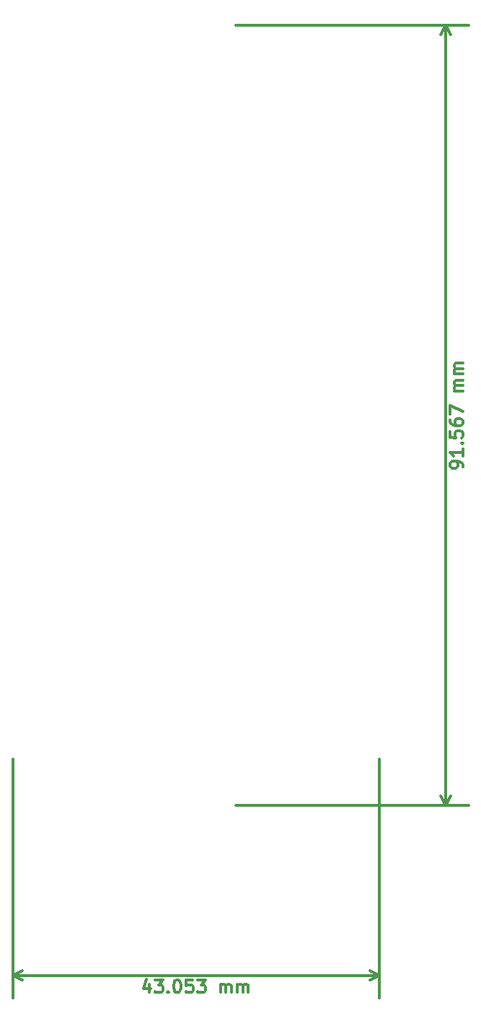
<source format=gbr>
G04 #@! TF.FileFunction,Other,Comment*
%FSLAX46Y46*%
G04 Gerber Fmt 4.6, Leading zero omitted, Abs format (unit mm)*
G04 Created by KiCad (PCBNEW 201610091317+7290~55~ubuntu16.04.1-) date Tue Oct 25 10:25:20 2016*
%MOMM*%
%LPD*%
G01*
G04 APERTURE LIST*
%ADD10C,0.100000*%
%ADD11C,0.300000*%
G04 APERTURE END LIST*
D10*
D11*
X165985571Y-96050928D02*
X165985571Y-95765214D01*
X165914142Y-95622357D01*
X165842714Y-95550928D01*
X165628428Y-95408071D01*
X165342714Y-95336642D01*
X164771285Y-95336642D01*
X164628428Y-95408071D01*
X164557000Y-95479500D01*
X164485571Y-95622357D01*
X164485571Y-95908071D01*
X164557000Y-96050928D01*
X164628428Y-96122357D01*
X164771285Y-96193785D01*
X165128428Y-96193785D01*
X165271285Y-96122357D01*
X165342714Y-96050928D01*
X165414142Y-95908071D01*
X165414142Y-95622357D01*
X165342714Y-95479500D01*
X165271285Y-95408071D01*
X165128428Y-95336642D01*
X165985571Y-93908071D02*
X165985571Y-94765214D01*
X165985571Y-94336642D02*
X164485571Y-94336642D01*
X164699857Y-94479500D01*
X164842714Y-94622357D01*
X164914142Y-94765214D01*
X165842714Y-93265214D02*
X165914142Y-93193785D01*
X165985571Y-93265214D01*
X165914142Y-93336642D01*
X165842714Y-93265214D01*
X165985571Y-93265214D01*
X164485571Y-91836642D02*
X164485571Y-92550928D01*
X165199857Y-92622357D01*
X165128428Y-92550928D01*
X165057000Y-92408071D01*
X165057000Y-92050928D01*
X165128428Y-91908071D01*
X165199857Y-91836642D01*
X165342714Y-91765214D01*
X165699857Y-91765214D01*
X165842714Y-91836642D01*
X165914142Y-91908071D01*
X165985571Y-92050928D01*
X165985571Y-92408071D01*
X165914142Y-92550928D01*
X165842714Y-92622357D01*
X164485571Y-90479500D02*
X164485571Y-90765214D01*
X164557000Y-90908071D01*
X164628428Y-90979500D01*
X164842714Y-91122357D01*
X165128428Y-91193785D01*
X165699857Y-91193785D01*
X165842714Y-91122357D01*
X165914142Y-91050928D01*
X165985571Y-90908071D01*
X165985571Y-90622357D01*
X165914142Y-90479500D01*
X165842714Y-90408071D01*
X165699857Y-90336642D01*
X165342714Y-90336642D01*
X165199857Y-90408071D01*
X165128428Y-90479500D01*
X165057000Y-90622357D01*
X165057000Y-90908071D01*
X165128428Y-91050928D01*
X165199857Y-91122357D01*
X165342714Y-91193785D01*
X164485571Y-89836642D02*
X164485571Y-88836642D01*
X165985571Y-89479500D01*
X165985571Y-87122357D02*
X164985571Y-87122357D01*
X165128428Y-87122357D02*
X165057000Y-87050928D01*
X164985571Y-86908071D01*
X164985571Y-86693785D01*
X165057000Y-86550928D01*
X165199857Y-86479500D01*
X165985571Y-86479500D01*
X165199857Y-86479500D02*
X165057000Y-86408071D01*
X164985571Y-86265214D01*
X164985571Y-86050928D01*
X165057000Y-85908071D01*
X165199857Y-85836642D01*
X165985571Y-85836642D01*
X165985571Y-85122357D02*
X164985571Y-85122357D01*
X165128428Y-85122357D02*
X165057000Y-85050928D01*
X164985571Y-84908071D01*
X164985571Y-84693785D01*
X165057000Y-84550928D01*
X165199857Y-84479500D01*
X165985571Y-84479500D01*
X165199857Y-84479500D02*
X165057000Y-84408071D01*
X164985571Y-84265214D01*
X164985571Y-84050928D01*
X165057000Y-83908071D01*
X165199857Y-83836642D01*
X165985571Y-83836642D01*
X163957000Y-135763000D02*
X163957000Y-44196000D01*
X139319000Y-135763000D02*
X166657000Y-135763000D01*
X139319000Y-44196000D02*
X166657000Y-44196000D01*
X163957000Y-44196000D02*
X164543421Y-45322504D01*
X163957000Y-44196000D02*
X163370579Y-45322504D01*
X163957000Y-135763000D02*
X164543421Y-134636496D01*
X163957000Y-135763000D02*
X163370579Y-134636496D01*
X129183500Y-156697493D02*
X129183500Y-157697493D01*
X128826357Y-156126064D02*
X128469214Y-157197493D01*
X129397785Y-157197493D01*
X129826357Y-156197493D02*
X130754928Y-156197493D01*
X130254928Y-156768922D01*
X130469214Y-156768922D01*
X130612071Y-156840350D01*
X130683500Y-156911779D01*
X130754928Y-157054636D01*
X130754928Y-157411779D01*
X130683500Y-157554636D01*
X130612071Y-157626064D01*
X130469214Y-157697493D01*
X130040642Y-157697493D01*
X129897785Y-157626064D01*
X129826357Y-157554636D01*
X131397785Y-157554636D02*
X131469214Y-157626064D01*
X131397785Y-157697493D01*
X131326357Y-157626064D01*
X131397785Y-157554636D01*
X131397785Y-157697493D01*
X132397785Y-156197493D02*
X132540642Y-156197493D01*
X132683500Y-156268922D01*
X132754928Y-156340350D01*
X132826357Y-156483207D01*
X132897785Y-156768922D01*
X132897785Y-157126064D01*
X132826357Y-157411779D01*
X132754928Y-157554636D01*
X132683500Y-157626064D01*
X132540642Y-157697493D01*
X132397785Y-157697493D01*
X132254928Y-157626064D01*
X132183500Y-157554636D01*
X132112071Y-157411779D01*
X132040642Y-157126064D01*
X132040642Y-156768922D01*
X132112071Y-156483207D01*
X132183500Y-156340350D01*
X132254928Y-156268922D01*
X132397785Y-156197493D01*
X134254928Y-156197493D02*
X133540642Y-156197493D01*
X133469214Y-156911779D01*
X133540642Y-156840350D01*
X133683500Y-156768922D01*
X134040642Y-156768922D01*
X134183500Y-156840350D01*
X134254928Y-156911779D01*
X134326357Y-157054636D01*
X134326357Y-157411779D01*
X134254928Y-157554636D01*
X134183500Y-157626064D01*
X134040642Y-157697493D01*
X133683500Y-157697493D01*
X133540642Y-157626064D01*
X133469214Y-157554636D01*
X134826357Y-156197493D02*
X135754928Y-156197493D01*
X135254928Y-156768922D01*
X135469214Y-156768922D01*
X135612071Y-156840350D01*
X135683500Y-156911779D01*
X135754928Y-157054636D01*
X135754928Y-157411779D01*
X135683500Y-157554636D01*
X135612071Y-157626064D01*
X135469214Y-157697493D01*
X135040642Y-157697493D01*
X134897785Y-157626064D01*
X134826357Y-157554636D01*
X137540642Y-157697493D02*
X137540642Y-156697493D01*
X137540642Y-156840350D02*
X137612071Y-156768922D01*
X137754928Y-156697493D01*
X137969214Y-156697493D01*
X138112071Y-156768922D01*
X138183500Y-156911779D01*
X138183500Y-157697493D01*
X138183500Y-156911779D02*
X138254928Y-156768922D01*
X138397785Y-156697493D01*
X138612071Y-156697493D01*
X138754928Y-156768922D01*
X138826357Y-156911779D01*
X138826357Y-157697493D01*
X139540642Y-157697493D02*
X139540642Y-156697493D01*
X139540642Y-156840350D02*
X139612071Y-156768922D01*
X139754928Y-156697493D01*
X139969214Y-156697493D01*
X140112071Y-156768922D01*
X140183500Y-156911779D01*
X140183500Y-157697493D01*
X140183500Y-156911779D02*
X140254928Y-156768922D01*
X140397785Y-156697493D01*
X140612071Y-156697493D01*
X140754928Y-156768922D01*
X140826357Y-156911779D01*
X140826357Y-157697493D01*
X113157000Y-155668922D02*
X156210000Y-155668922D01*
X113157000Y-130302000D02*
X113157000Y-158368922D01*
X156210000Y-130302000D02*
X156210000Y-158368922D01*
X156210000Y-155668922D02*
X155083496Y-156255343D01*
X156210000Y-155668922D02*
X155083496Y-155082501D01*
X113157000Y-155668922D02*
X114283504Y-156255343D01*
X113157000Y-155668922D02*
X114283504Y-155082501D01*
M02*

</source>
